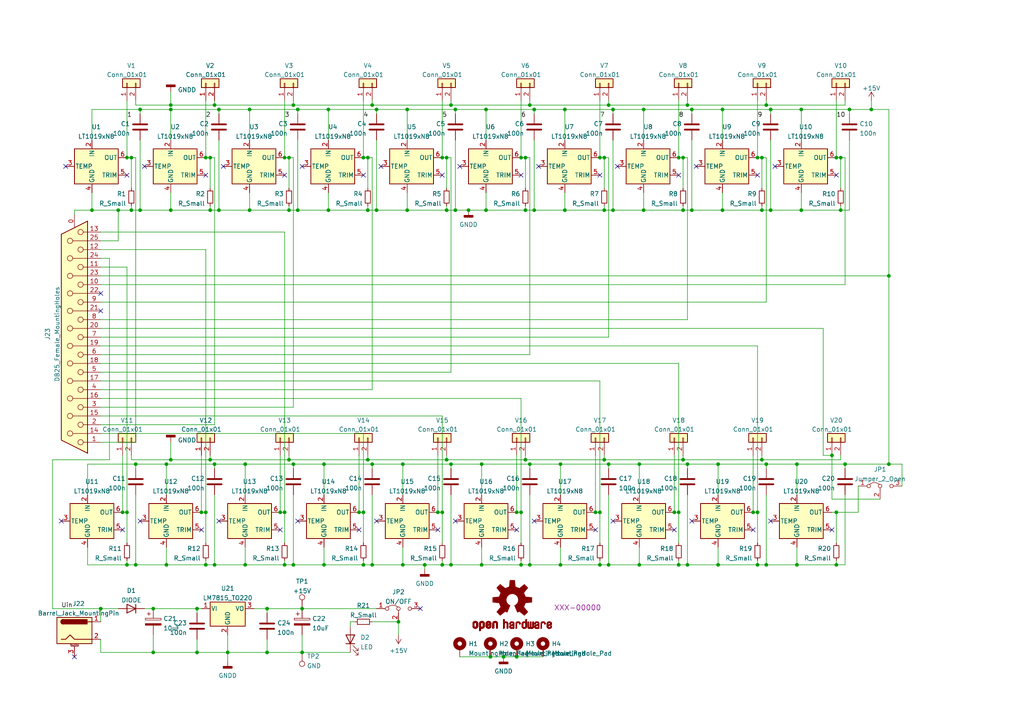
<source format=kicad_sch>
(kicad_sch (version 20210621) (generator eeschema)
  (paper "A4")
  (title_block (title "Reference burn-in board") (date "2021-11-04") (rev "1.0") (company "David Konarik"))
  (lib_symbols
    (symbol "Conn_01x02_1" (pin_names (offset 1.016) hide)
      (property "Reference" "V?" (at 5.08 -1.27 90))
      (property "Value" "Conn_01x01" (at 2.4615 0 90))
      (symbol "Conn_01x02_1_1_1"
        (pin passive line (at -5.08 0 0) (length 3.81) (name "Pin_1") (number "1"))
        (pin passive line (at -5.08 -2.54 0) (length 3.81) (name "Pin_2") (number "2"))
      )
    )
    (symbol "Connector:Barrel_Jack_MountingPin" (pin_names hide)
      (property "Reference" "J22" (at 1.2065 7.7766 0))
      (property "Value" "Barrel_Jack_MountingPin" (at 1.2065 5.0015 0))
      (symbol "Barrel_Jack_MountingPin_1_1"
        (text "Mounting" (at 0 -4.191 0) (effects (font (size 0.381 0.381))))
        (pin passive line (at 7.62 2.54 180) (length 2.54) (name "~") (number "1"))
        (pin passive line (at 7.62 -2.54 180) (length 2.54) (name "~") (number "2"))
        (pin passive line (at 0 -7.62 90) (length 3.048) (name "MountPin") (number "3"))
      )
    )
    (symbol "Connector:DB25_Female_MountingHoles" (pin_names (offset 1.016) hide)
      (property "Reference" "J" (at 0 36.83 0))
      (property "Value" "DB25_Female_MountingHoles" (at 0 34.925 0))
      (symbol "DB25_Female_MountingHoles_1_1"
        (pin passive line (at 0 -35.56 90) (length 3.81) (name "PAD") (number "0"))
        (pin passive line (at -7.62 30.48 0) (length 3.81) (name "1") (number "1"))
        (pin passive line (at -7.62 -15.24 0) (length 3.81) (name "10") (number "10"))
        (pin passive line (at -7.62 -20.32 0) (length 3.81) (name "11") (number "11"))
        (pin passive line (at -7.62 -25.4 0) (length 3.81) (name "12") (number "12"))
        (pin passive line (at -7.62 -30.48 0) (length 3.81) (name "13") (number "13"))
        (pin passive line (at -7.62 27.94 0) (length 3.81) (name "P14") (number "14"))
        (pin passive line (at -7.62 22.86 0) (length 3.81) (name "P15") (number "15"))
        (pin passive line (at -7.62 17.78 0) (length 3.81) (name "P16") (number "16"))
        (pin passive line (at -7.62 12.7 0) (length 3.81) (name "P17") (number "17"))
        (pin passive line (at -7.62 7.62 0) (length 3.81) (name "P18") (number "18"))
        (pin passive line (at -7.62 2.54 0) (length 3.81) (name "P19") (number "19"))
        (pin passive line (at -7.62 25.4 0) (length 3.81) (name "2") (number "2"))
        (pin passive line (at -7.62 -2.54 0) (length 3.81) (name "P20") (number "20"))
        (pin passive line (at -7.62 -7.62 0) (length 3.81) (name "P21") (number "21"))
        (pin passive line (at -7.62 -12.7 0) (length 3.81) (name "P22") (number "22"))
        (pin passive line (at -7.62 -17.78 0) (length 3.81) (name "P23") (number "23"))
        (pin passive line (at -7.62 -22.86 0) (length 3.81) (name "P24") (number "24"))
        (pin passive line (at -7.62 -27.94 0) (length 3.81) (name "P25") (number "25"))
        (pin passive line (at -7.62 20.32 0) (length 3.81) (name "3") (number "3"))
        (pin passive line (at -7.62 15.24 0) (length 3.81) (name "4") (number "4"))
        (pin passive line (at -7.62 10.16 0) (length 3.81) (name "5") (number "5"))
        (pin passive line (at -7.62 5.08 0) (length 3.81) (name "6") (number "6"))
        (pin passive line (at -7.62 0 0) (length 3.81) (name "7") (number "7"))
        (pin passive line (at -7.62 -5.08 0) (length 3.81) (name "8") (number "8"))
        (pin passive line (at -7.62 -10.16 0) (length 3.81) (name "9") (number "9"))
      )
    )
    (symbol "Connector:TestPoint" (pin_numbers hide) (pin_names (offset 0.762) hide)
      (property "Reference" "TP" (at 0 6.858 0))
      (property "Value" "TestPoint" (at 0 5.08 0))
      (symbol "TestPoint_1_1"
        (pin passive line (at 0 0 90) (length 2.54) (name "1") (number "1"))
      )
    )
    (symbol "Device:C" (pin_numbers hide) (pin_names (offset 0.254))
      (property "Reference" "C" (at 0.635 2.54 0))
      (property "Value" "C" (at 0.635 -2.54 0))
      (symbol "C_1_1"
        (pin passive line (at 0 3.81 270) (length 2.794) (name "~") (number "1"))
        (pin passive line (at 0 -3.81 90) (length 2.794) (name "~") (number "2"))
      )
    )
    (symbol "Device:CP" (pin_numbers hide) (pin_names (offset 0.254))
      (property "Reference" "C" (at 0.635 2.54 0))
      (property "Value" "CP" (at 0.635 -2.54 0))
      (symbol "CP_1_1"
        (pin passive line (at 0 3.81 270) (length 2.794) (name "~") (number "1"))
        (pin passive line (at 0 -3.81 90) (length 2.794) (name "~") (number "2"))
      )
    )
    (symbol "Device:LED" (pin_numbers hide) (pin_names (offset 1.016) hide)
      (property "Reference" "D" (at 0 2.54 0))
      (property "Value" "LED" (at 0 -2.54 0))
      (symbol "LED_1_1"
        (pin passive line (at -3.81 0 0) (length 2.54) (name "K") (number "1"))
        (pin passive line (at 3.81 0 180) (length 2.54) (name "A") (number "2"))
      )
    )
    (symbol "Device:R_Small" (pin_numbers hide) (pin_names (offset 0.254) hide)
      (property "Reference" "R" (at 0.762 0.508 0))
      (property "Value" "R_Small" (at 0.762 -1.016 0))
      (symbol "R_Small_1_1"
        (pin passive line (at 0 2.54 270) (length 0.762) (name "~") (number "1"))
        (pin passive line (at 0 -2.54 90) (length 0.762) (name "~") (number "2"))
      )
    )
    (symbol "Diode:1N4007" (pin_numbers hide) (pin_names (offset 1.016) hide)
      (property "Reference" "D" (at 0 2.54 0))
      (property "Value" "1N4007" (at 0 -2.54 0))
      (symbol "1N4007_1_1"
        (pin passive line (at -3.81 0 0) (length 2.54) (name "K") (number "1"))
        (pin passive line (at 3.81 0 180) (length 2.54) (name "A") (number "2"))
      )
    )
    (symbol "Jumper:Jumper_3_Bridged12" (pin_names (offset 0) hide)
      (property "Reference" "JP" (at -2.54 -2.54 0))
      (property "Value" "Jumper_3_Bridged12" (at 0 2.794 0))
      (symbol "Jumper_3_Bridged12_1_1"
        (pin passive line (at -6.35 0 0) (length 2.54) (name "A") (number "1"))
        (pin input line (at 0 -3.81 90) (length 2.54) (name "C") (number "2"))
        (pin passive line (at 6.35 0 180) (length 2.54) (name "B") (number "3"))
      )
    )
    (symbol "Mechanical:MountingHole_Pad" (pin_numbers hide) (pin_names (offset 1.016) hide)
      (property "Reference" "H" (at 0 6.35 0))
      (property "Value" "MountingHole_Pad" (at 0 4.445 0))
      (symbol "MountingHole_Pad_1_1"
        (pin input line (at 0 -2.54 90) (length 2.54) (name "1") (number "1"))
      )
    )
    (symbol "Reference_Voltage:LT1019xN8" (pin_names (offset 0.254))
      (property "Reference" "U" (at -7.62 6.35 0))
      (property "Value" "LT1019xN8" (at 7.62 6.35 0))
      (symbol "LT1019xN8_1_0"
        (pin no_connect line (at -5.08 2.54 0) (length 2.54) hide (name "DNC") (number "1"))
        (pin power_in line (at 0 7.62 270) (length 2.54) (name "IN") (number "2"))
        (pin passive line (at -7.62 0 0) (length 2.54) (name "TEMP") (number "3"))
        (pin power_in line (at 0 -7.62 90) (length 2.54) (name "GND") (number "4"))
        (pin passive line (at 10.16 -2.54 180) (length 2.54) (name "TRIM") (number "5"))
        (pin power_out line (at 10.16 2.54 180) (length 2.54) (name "OUT") (number "6"))
        (pin no_connect line (at 7.62 0 180) (length 2.54) hide (name "DNC") (number "7"))
        (pin no_connect line (at -5.08 -2.54 0) (length 2.54) hide (name "DNC") (number "8"))
      )
    )
    (symbol "Regulator_Linear:LM7815_TO220" (pin_names (offset 0.254))
      (property "Reference" "U" (at -3.81 3.175 0))
      (property "Value" "LM7815_TO220" (at 0 3.175 0))
      (symbol "LM7815_TO220_1_1"
        (pin power_in line (at -7.62 0 0) (length 2.54) (name "VI") (number "1"))
        (pin power_in line (at 0 -7.62 90) (length 2.54) (name "GND") (number "2"))
        (pin power_out line (at 7.62 0 180) (length 2.54) (name "VO") (number "3"))
      )
    )
    (symbol "SparkFun-Aesthetics:OSHW-LOGOL" (pin_numbers hide) (pin_names (offset 1.016) hide)
      (property "Field4" "XXX-00000" (at 0 8.89 0))
    )
    (symbol "power:+15V" (power) (pin_names (offset 0))
      (property "Value" "+15V" (at 0 3.556 0))
      (symbol "+15V_1_1"
        (pin power_in line (at 0 0 90) (length 0) hide (name "+15V") (number "1"))
      )
    )
    (symbol "power:GNDD" (power) (pin_names (offset 0))
      (property "Value" "GNDD" (at 0 -3.175 0))
      (symbol "GNDD_1_1"
        (pin power_in line (at 0 0 270) (length 0) hide (name "GNDD") (number "1"))
      )
    )
  )
  (junction (at 26.67 60.96))
  (junction (at 29.21 176.53))
  (junction (at 34.29 60.96))
  (junction (at 35.56 148.59))
  (junction (at 36.83 45.72))
  (junction (at 36.83 148.59))
  (junction (at 36.83 163.83))
  (junction (at 38.1 45.72))
  (junction (at 38.1 60.96))
  (junction (at 39.37 134.62))
  (junction (at 39.37 163.83))
  (junction (at 40.64 31.75))
  (junction (at 40.64 60.96))
  (junction (at 44.45 176.53))
  (junction (at 44.45 189.23))
  (junction (at 48.26 134.62))
  (junction (at 48.26 163.83))
  (junction (at 49.53 30.48))
  (junction (at 49.53 31.75))
  (junction (at 49.53 60.96))
  (junction (at 49.53 133.35))
  (junction (at 57.15 176.53))
  (junction (at 57.15 189.23))
  (junction (at 58.42 148.59))
  (junction (at 59.69 45.72))
  (junction (at 59.69 148.59))
  (junction (at 59.69 163.83))
  (junction (at 60.96 45.72))
  (junction (at 60.96 60.96))
  (junction (at 60.96 133.35))
  (junction (at 62.23 30.48))
  (junction (at 62.23 134.62))
  (junction (at 62.23 163.83))
  (junction (at 63.5 31.75))
  (junction (at 63.5 60.96))
  (junction (at 66.04 189.23))
  (junction (at 71.12 134.62))
  (junction (at 71.12 163.83))
  (junction (at 72.39 31.75))
  (junction (at 72.39 60.96))
  (junction (at 77.47 176.53))
  (junction (at 77.47 189.23))
  (junction (at 81.28 148.59))
  (junction (at 82.55 45.72))
  (junction (at 82.55 148.59))
  (junction (at 82.55 163.83))
  (junction (at 83.82 45.72))
  (junction (at 83.82 60.96))
  (junction (at 83.82 133.35))
  (junction (at 85.09 30.48))
  (junction (at 85.09 134.62))
  (junction (at 85.09 163.83))
  (junction (at 86.36 31.75))
  (junction (at 86.36 60.96))
  (junction (at 87.63 176.53))
  (junction (at 87.63 189.23))
  (junction (at 93.98 134.62))
  (junction (at 93.98 163.83))
  (junction (at 95.25 31.75))
  (junction (at 95.25 60.96))
  (junction (at 104.14 148.59))
  (junction (at 105.41 45.72))
  (junction (at 105.41 148.59))
  (junction (at 105.41 163.83))
  (junction (at 106.68 45.72))
  (junction (at 106.68 60.96))
  (junction (at 106.68 133.35))
  (junction (at 107.95 30.48))
  (junction (at 107.95 134.62))
  (junction (at 107.95 163.83))
  (junction (at 109.22 31.75))
  (junction (at 109.22 60.96))
  (junction (at 115.57 180.34))
  (junction (at 116.84 134.62))
  (junction (at 116.84 163.83))
  (junction (at 118.11 31.75))
  (junction (at 118.11 60.96))
  (junction (at 123.19 163.83))
  (junction (at 127 148.59))
  (junction (at 128.27 45.72))
  (junction (at 128.27 148.59))
  (junction (at 128.27 163.83))
  (junction (at 129.54 45.72))
  (junction (at 129.54 60.96))
  (junction (at 129.54 133.35))
  (junction (at 130.81 30.48))
  (junction (at 130.81 134.62))
  (junction (at 130.81 163.83))
  (junction (at 132.08 31.75))
  (junction (at 132.08 60.96))
  (junction (at 135.89 60.96))
  (junction (at 139.7 134.62))
  (junction (at 139.7 163.83))
  (junction (at 140.97 31.75))
  (junction (at 140.97 60.96))
  (junction (at 142.24 190.5))
  (junction (at 146.05 190.5))
  (junction (at 149.86 148.59))
  (junction (at 149.86 190.5))
  (junction (at 151.13 45.72))
  (junction (at 151.13 148.59))
  (junction (at 151.13 163.83))
  (junction (at 152.4 45.72))
  (junction (at 152.4 60.96))
  (junction (at 152.4 133.35))
  (junction (at 153.67 30.48))
  (junction (at 153.67 134.62))
  (junction (at 153.67 163.83))
  (junction (at 154.94 31.75))
  (junction (at 154.94 60.96))
  (junction (at 162.56 134.62))
  (junction (at 162.56 163.83))
  (junction (at 163.83 31.75))
  (junction (at 163.83 60.96))
  (junction (at 172.72 148.59))
  (junction (at 173.99 45.72))
  (junction (at 173.99 148.59))
  (junction (at 173.99 163.83))
  (junction (at 175.26 45.72))
  (junction (at 175.26 60.96))
  (junction (at 175.26 133.35))
  (junction (at 176.53 30.48))
  (junction (at 176.53 134.62))
  (junction (at 176.53 163.83))
  (junction (at 177.8 31.75))
  (junction (at 177.8 60.96))
  (junction (at 185.42 134.62))
  (junction (at 185.42 163.83))
  (junction (at 186.69 31.75))
  (junction (at 186.69 60.96))
  (junction (at 195.58 148.59))
  (junction (at 196.85 45.72))
  (junction (at 196.85 148.59))
  (junction (at 196.85 163.83))
  (junction (at 198.12 45.72))
  (junction (at 198.12 60.96))
  (junction (at 198.12 133.35))
  (junction (at 199.39 30.48))
  (junction (at 199.39 134.62))
  (junction (at 199.39 163.83))
  (junction (at 200.66 31.75))
  (junction (at 200.66 60.96))
  (junction (at 208.28 134.62))
  (junction (at 208.28 163.83))
  (junction (at 209.55 31.75))
  (junction (at 209.55 60.96))
  (junction (at 218.44 148.59))
  (junction (at 219.71 45.72))
  (junction (at 219.71 148.59))
  (junction (at 219.71 163.83))
  (junction (at 220.98 45.72))
  (junction (at 220.98 60.96))
  (junction (at 220.98 133.35))
  (junction (at 222.25 30.48))
  (junction (at 222.25 134.62))
  (junction (at 222.25 163.83))
  (junction (at 223.52 31.75))
  (junction (at 223.52 60.96))
  (junction (at 231.14 134.62))
  (junction (at 231.14 163.83))
  (junction (at 232.41 31.75))
  (junction (at 232.41 60.96))
  (junction (at 241.3 132.08))
  (junction (at 242.57 45.72))
  (junction (at 242.57 148.59))
  (junction (at 242.57 163.83))
  (junction (at 243.84 45.72))
  (junction (at 243.84 60.96))
  (junction (at 245.11 134.62))
  (junction (at 246.38 31.75))
  (junction (at 252.73 31.75))
  (junction (at 257.81 80.01))
  (junction (at 257.81 134.62))
  (no_connect (at 17.78 151.13))
  (no_connect (at 19.05 48.26))
  (no_connect (at 21.59 190.5))
  (no_connect (at 29.21 85.09))
  (no_connect (at 29.21 90.17))
  (no_connect (at 35.56 153.67))
  (no_connect (at 36.83 50.8))
  (no_connect (at 40.64 151.13))
  (no_connect (at 41.91 48.26))
  (no_connect (at 58.42 153.67))
  (no_connect (at 59.69 50.8))
  (no_connect (at 63.5 151.13))
  (no_connect (at 64.77 48.26))
  (no_connect (at 81.28 153.67))
  (no_connect (at 82.55 50.8))
  (no_connect (at 86.36 151.13))
  (no_connect (at 87.63 48.26))
  (no_connect (at 104.14 153.67))
  (no_connect (at 105.41 50.8))
  (no_connect (at 109.22 151.13))
  (no_connect (at 110.49 48.26))
  (no_connect (at 121.92 176.53))
  (no_connect (at 127 153.67))
  (no_connect (at 128.27 50.8))
  (no_connect (at 132.08 151.13))
  (no_connect (at 133.35 48.26))
  (no_connect (at 149.86 153.67))
  (no_connect (at 151.13 50.8))
  (no_connect (at 154.94 151.13))
  (no_connect (at 156.21 48.26))
  (no_connect (at 172.72 153.67))
  (no_connect (at 173.99 50.8))
  (no_connect (at 177.8 151.13))
  (no_connect (at 179.07 48.26))
  (no_connect (at 195.58 153.67))
  (no_connect (at 196.85 50.8))
  (no_connect (at 200.66 151.13))
  (no_connect (at 201.93 48.26))
  (no_connect (at 218.44 153.67))
  (no_connect (at 219.71 50.8))
  (no_connect (at 223.52 151.13))
  (no_connect (at 224.79 48.26))
  (no_connect (at 241.3 153.67))
  (no_connect (at 242.57 50.8))
  (wire (pts (xy 15.24 133.35) (xy 15.24 176.53)))
  (wire (pts (xy 15.24 176.53) (xy 29.21 176.53)))
  (wire (pts (xy 21.59 60.96) (xy 26.67 60.96)))
  (wire (pts (xy 21.59 62.23) (xy 21.59 60.96)))
  (wire (pts (xy 25.4 134.62) (xy 25.4 143.51)))
  (wire (pts (xy 25.4 134.62) (xy 39.37 134.62)))
  (wire (pts (xy 25.4 158.75) (xy 25.4 163.83)))
  (wire (pts (xy 25.4 163.83) (xy 36.83 163.83)))
  (wire (pts (xy 26.67 31.75) (xy 26.67 40.64)))
  (wire (pts (xy 26.67 31.75) (xy 40.64 31.75)))
  (wire (pts (xy 26.67 55.88) (xy 26.67 60.96)))
  (wire (pts (xy 26.67 60.96) (xy 34.29 60.96)))
  (wire (pts (xy 29.21 67.31) (xy 82.55 67.31)))
  (wire (pts (xy 29.21 69.85) (xy 34.29 69.85)))
  (wire (pts (xy 29.21 72.39) (xy 59.69 72.39)))
  (wire (pts (xy 29.21 74.93) (xy 31.75 74.93)))
  (wire (pts (xy 29.21 77.47) (xy 36.83 77.47)))
  (wire (pts (xy 29.21 80.01) (xy 257.81 80.01)))
  (wire (pts (xy 29.21 82.55) (xy 245.11 82.55)))
  (wire (pts (xy 29.21 87.63) (xy 222.25 87.63)))
  (wire (pts (xy 29.21 92.71) (xy 199.39 92.71)))
  (wire (pts (xy 29.21 95.25) (xy 238.76 95.25)))
  (wire (pts (xy 29.21 97.79) (xy 176.53 97.79)))
  (wire (pts (xy 29.21 100.33) (xy 219.71 100.33)))
  (wire (pts (xy 29.21 102.87) (xy 153.67 102.87)))
  (wire (pts (xy 29.21 105.41) (xy 196.85 105.41)))
  (wire (pts (xy 29.21 107.95) (xy 130.81 107.95)))
  (wire (pts (xy 29.21 110.49) (xy 173.99 110.49)))
  (wire (pts (xy 29.21 113.03) (xy 107.95 113.03)))
  (wire (pts (xy 29.21 115.57) (xy 151.13 115.57)))
  (wire (pts (xy 29.21 118.11) (xy 85.09 118.11)))
  (wire (pts (xy 29.21 120.65) (xy 128.27 120.65)))
  (wire (pts (xy 29.21 123.19) (xy 62.23 123.19)))
  (wire (pts (xy 29.21 125.73) (xy 105.41 125.73)))
  (wire (pts (xy 29.21 128.27) (xy 39.37 128.27)))
  (wire (pts (xy 29.21 176.53) (xy 29.21 180.34)))
  (wire (pts (xy 29.21 176.53) (xy 34.29 176.53)))
  (wire (pts (xy 29.21 185.42) (xy 29.21 189.23)))
  (wire (pts (xy 29.21 189.23) (xy 44.45 189.23)))
  (wire (pts (xy 31.75 74.93) (xy 31.75 133.35)))
  (wire (pts (xy 31.75 133.35) (xy 15.24 133.35)))
  (wire (pts (xy 34.29 60.96) (xy 38.1 60.96)))
  (wire (pts (xy 34.29 69.85) (xy 34.29 60.96)))
  (wire (pts (xy 35.56 132.08) (xy 35.56 148.59)))
  (wire (pts (xy 36.83 29.21) (xy 36.83 45.72)))
  (wire (pts (xy 36.83 77.47) (xy 36.83 148.59)))
  (wire (pts (xy 36.83 148.59) (xy 35.56 148.59)))
  (wire (pts (xy 36.83 157.48) (xy 36.83 148.59)))
  (wire (pts (xy 36.83 162.56) (xy 36.83 163.83)))
  (wire (pts (xy 36.83 163.83) (xy 39.37 163.83)))
  (wire (pts (xy 38.1 45.72) (xy 36.83 45.72)))
  (wire (pts (xy 38.1 54.61) (xy 38.1 45.72)))
  (wire (pts (xy 38.1 59.69) (xy 38.1 60.96)))
  (wire (pts (xy 38.1 60.96) (xy 40.64 60.96)))
  (wire (pts (xy 38.1 133.35) (xy 38.1 132.08)))
  (wire (pts (xy 39.37 30.48) (xy 39.37 29.21)))
  (wire (pts (xy 39.37 45.72) (xy 38.1 45.72)))
  (wire (pts (xy 39.37 128.27) (xy 39.37 45.72)))
  (wire (pts (xy 39.37 134.62) (xy 39.37 135.89)))
  (wire (pts (xy 39.37 134.62) (xy 48.26 134.62)))
  (wire (pts (xy 39.37 143.51) (xy 39.37 163.83)))
  (wire (pts (xy 39.37 163.83) (xy 48.26 163.83)))
  (wire (pts (xy 40.64 31.75) (xy 40.64 33.02)))
  (wire (pts (xy 40.64 31.75) (xy 49.53 31.75)))
  (wire (pts (xy 40.64 40.64) (xy 40.64 60.96)))
  (wire (pts (xy 40.64 60.96) (xy 49.53 60.96)))
  (wire (pts (xy 41.91 176.53) (xy 44.45 176.53)))
  (wire (pts (xy 44.45 176.53) (xy 57.15 176.53)))
  (wire (pts (xy 44.45 184.15) (xy 44.45 189.23)))
  (wire (pts (xy 44.45 189.23) (xy 57.15 189.23)))
  (wire (pts (xy 48.26 134.62) (xy 48.26 143.51)))
  (wire (pts (xy 48.26 134.62) (xy 62.23 134.62)))
  (wire (pts (xy 48.26 163.83) (xy 48.26 158.75)))
  (wire (pts (xy 48.26 163.83) (xy 59.69 163.83)))
  (wire (pts (xy 49.53 26.67) (xy 49.53 30.48)))
  (wire (pts (xy 49.53 30.48) (xy 39.37 30.48)))
  (wire (pts (xy 49.53 31.75) (xy 49.53 40.64)))
  (wire (pts (xy 49.53 31.75) (xy 63.5 31.75)))
  (wire (pts (xy 49.53 60.96) (xy 49.53 55.88)))
  (wire (pts (xy 49.53 60.96) (xy 60.96 60.96)))
  (wire (pts (xy 49.53 128.27) (xy 49.53 133.35)))
  (wire (pts (xy 49.53 133.35) (xy 38.1 133.35)))
  (wire (pts (xy 57.15 176.53) (xy 57.15 177.8)))
  (wire (pts (xy 57.15 176.53) (xy 58.42 176.53)))
  (wire (pts (xy 57.15 185.42) (xy 57.15 189.23)))
  (wire (pts (xy 57.15 189.23) (xy 66.04 189.23)))
  (wire (pts (xy 58.42 132.08) (xy 58.42 148.59)))
  (wire (pts (xy 59.69 29.21) (xy 59.69 45.72)))
  (wire (pts (xy 59.69 72.39) (xy 59.69 148.59)))
  (wire (pts (xy 59.69 148.59) (xy 58.42 148.59)))
  (wire (pts (xy 59.69 157.48) (xy 59.69 148.59)))
  (wire (pts (xy 59.69 162.56) (xy 59.69 163.83)))
  (wire (pts (xy 59.69 163.83) (xy 62.23 163.83)))
  (wire (pts (xy 60.96 45.72) (xy 59.69 45.72)))
  (wire (pts (xy 60.96 54.61) (xy 60.96 45.72)))
  (wire (pts (xy 60.96 59.69) (xy 60.96 60.96)))
  (wire (pts (xy 60.96 60.96) (xy 63.5 60.96)))
  (wire (pts (xy 60.96 132.08) (xy 60.96 133.35)))
  (wire (pts (xy 60.96 133.35) (xy 49.53 133.35)))
  (wire (pts (xy 62.23 29.21) (xy 62.23 30.48)))
  (wire (pts (xy 62.23 30.48) (xy 49.53 30.48)))
  (wire (pts (xy 62.23 45.72) (xy 60.96 45.72)))
  (wire (pts (xy 62.23 123.19) (xy 62.23 45.72)))
  (wire (pts (xy 62.23 134.62) (xy 62.23 135.89)))
  (wire (pts (xy 62.23 134.62) (xy 71.12 134.62)))
  (wire (pts (xy 62.23 143.51) (xy 62.23 163.83)))
  (wire (pts (xy 62.23 163.83) (xy 71.12 163.83)))
  (wire (pts (xy 63.5 31.75) (xy 63.5 33.02)))
  (wire (pts (xy 63.5 31.75) (xy 72.39 31.75)))
  (wire (pts (xy 63.5 40.64) (xy 63.5 60.96)))
  (wire (pts (xy 63.5 60.96) (xy 72.39 60.96)))
  (wire (pts (xy 66.04 184.15) (xy 66.04 189.23)))
  (wire (pts (xy 66.04 189.23) (xy 66.04 191.77)))
  (wire (pts (xy 66.04 189.23) (xy 77.47 189.23)))
  (wire (pts (xy 71.12 134.62) (xy 71.12 143.51)))
  (wire (pts (xy 71.12 134.62) (xy 85.09 134.62)))
  (wire (pts (xy 71.12 163.83) (xy 71.12 158.75)))
  (wire (pts (xy 71.12 163.83) (xy 82.55 163.83)))
  (wire (pts (xy 72.39 31.75) (xy 72.39 40.64)))
  (wire (pts (xy 72.39 31.75) (xy 86.36 31.75)))
  (wire (pts (xy 72.39 55.88) (xy 72.39 60.96)))
  (wire (pts (xy 72.39 60.96) (xy 83.82 60.96)))
  (wire (pts (xy 73.66 176.53) (xy 77.47 176.53)))
  (wire (pts (xy 77.47 176.53) (xy 77.47 177.8)))
  (wire (pts (xy 77.47 176.53) (xy 87.63 176.53)))
  (wire (pts (xy 77.47 185.42) (xy 77.47 189.23)))
  (wire (pts (xy 77.47 189.23) (xy 87.63 189.23)))
  (wire (pts (xy 81.28 132.08) (xy 81.28 148.59)))
  (wire (pts (xy 82.55 29.21) (xy 82.55 45.72)))
  (wire (pts (xy 82.55 67.31) (xy 82.55 148.59)))
  (wire (pts (xy 82.55 148.59) (xy 81.28 148.59)))
  (wire (pts (xy 82.55 157.48) (xy 82.55 148.59)))
  (wire (pts (xy 82.55 162.56) (xy 82.55 163.83)))
  (wire (pts (xy 82.55 163.83) (xy 85.09 163.83)))
  (wire (pts (xy 83.82 45.72) (xy 82.55 45.72)))
  (wire (pts (xy 83.82 54.61) (xy 83.82 45.72)))
  (wire (pts (xy 83.82 59.69) (xy 83.82 60.96)))
  (wire (pts (xy 83.82 60.96) (xy 86.36 60.96)))
  (wire (pts (xy 83.82 132.08) (xy 83.82 133.35)))
  (wire (pts (xy 83.82 133.35) (xy 60.96 133.35)))
  (wire (pts (xy 85.09 29.21) (xy 85.09 30.48)))
  (wire (pts (xy 85.09 30.48) (xy 62.23 30.48)))
  (wire (pts (xy 85.09 45.72) (xy 83.82 45.72)))
  (wire (pts (xy 85.09 118.11) (xy 85.09 45.72)))
  (wire (pts (xy 85.09 134.62) (xy 85.09 135.89)))
  (wire (pts (xy 85.09 134.62) (xy 93.98 134.62)))
  (wire (pts (xy 85.09 143.51) (xy 85.09 163.83)))
  (wire (pts (xy 85.09 163.83) (xy 93.98 163.83)))
  (wire (pts (xy 86.36 31.75) (xy 86.36 33.02)))
  (wire (pts (xy 86.36 31.75) (xy 95.25 31.75)))
  (wire (pts (xy 86.36 40.64) (xy 86.36 60.96)))
  (wire (pts (xy 86.36 60.96) (xy 95.25 60.96)))
  (wire (pts (xy 87.63 176.53) (xy 109.22 176.53)))
  (wire (pts (xy 87.63 189.23) (xy 87.63 184.15)))
  (wire (pts (xy 87.63 189.23) (xy 101.6 189.23)))
  (wire (pts (xy 93.98 134.62) (xy 93.98 143.51)))
  (wire (pts (xy 93.98 134.62) (xy 107.95 134.62)))
  (wire (pts (xy 93.98 163.83) (xy 93.98 158.75)))
  (wire (pts (xy 93.98 163.83) (xy 105.41 163.83)))
  (wire (pts (xy 95.25 31.75) (xy 95.25 40.64)))
  (wire (pts (xy 95.25 31.75) (xy 109.22 31.75)))
  (wire (pts (xy 95.25 60.96) (xy 95.25 55.88)))
  (wire (pts (xy 95.25 60.96) (xy 106.68 60.96)))
  (wire (pts (xy 101.6 180.34) (xy 101.6 181.61)))
  (wire (pts (xy 102.87 180.34) (xy 101.6 180.34)))
  (wire (pts (xy 104.14 132.08) (xy 104.14 148.59)))
  (wire (pts (xy 105.41 29.21) (xy 105.41 45.72)))
  (wire (pts (xy 105.41 125.73) (xy 105.41 148.59)))
  (wire (pts (xy 105.41 148.59) (xy 104.14 148.59)))
  (wire (pts (xy 105.41 157.48) (xy 105.41 148.59)))
  (wire (pts (xy 105.41 162.56) (xy 105.41 163.83)))
  (wire (pts (xy 105.41 163.83) (xy 107.95 163.83)))
  (wire (pts (xy 106.68 45.72) (xy 105.41 45.72)))
  (wire (pts (xy 106.68 54.61) (xy 106.68 45.72)))
  (wire (pts (xy 106.68 59.69) (xy 106.68 60.96)))
  (wire (pts (xy 106.68 60.96) (xy 109.22 60.96)))
  (wire (pts (xy 106.68 132.08) (xy 106.68 133.35)))
  (wire (pts (xy 106.68 133.35) (xy 83.82 133.35)))
  (wire (pts (xy 107.95 29.21) (xy 107.95 30.48)))
  (wire (pts (xy 107.95 30.48) (xy 85.09 30.48)))
  (wire (pts (xy 107.95 45.72) (xy 106.68 45.72)))
  (wire (pts (xy 107.95 113.03) (xy 107.95 45.72)))
  (wire (pts (xy 107.95 134.62) (xy 107.95 135.89)))
  (wire (pts (xy 107.95 134.62) (xy 116.84 134.62)))
  (wire (pts (xy 107.95 143.51) (xy 107.95 163.83)))
  (wire (pts (xy 107.95 163.83) (xy 116.84 163.83)))
  (wire (pts (xy 107.95 180.34) (xy 115.57 180.34)))
  (wire (pts (xy 109.22 31.75) (xy 109.22 33.02)))
  (wire (pts (xy 109.22 31.75) (xy 118.11 31.75)))
  (wire (pts (xy 109.22 40.64) (xy 109.22 60.96)))
  (wire (pts (xy 109.22 60.96) (xy 118.11 60.96)))
  (wire (pts (xy 115.57 180.34) (xy 115.57 184.15)))
  (wire (pts (xy 116.84 134.62) (xy 116.84 143.51)))
  (wire (pts (xy 116.84 134.62) (xy 130.81 134.62)))
  (wire (pts (xy 116.84 163.83) (xy 116.84 158.75)))
  (wire (pts (xy 116.84 163.83) (xy 123.19 163.83)))
  (wire (pts (xy 118.11 31.75) (xy 118.11 40.64)))
  (wire (pts (xy 118.11 31.75) (xy 132.08 31.75)))
  (wire (pts (xy 118.11 60.96) (xy 118.11 55.88)))
  (wire (pts (xy 118.11 60.96) (xy 129.54 60.96)))
  (wire (pts (xy 123.19 163.83) (xy 123.19 165.1)))
  (wire (pts (xy 123.19 163.83) (xy 128.27 163.83)))
  (wire (pts (xy 127 132.08) (xy 127 148.59)))
  (wire (pts (xy 128.27 29.21) (xy 128.27 45.72)))
  (wire (pts (xy 128.27 120.65) (xy 128.27 148.59)))
  (wire (pts (xy 128.27 148.59) (xy 127 148.59)))
  (wire (pts (xy 128.27 157.48) (xy 128.27 148.59)))
  (wire (pts (xy 128.27 162.56) (xy 128.27 163.83)))
  (wire (pts (xy 128.27 163.83) (xy 130.81 163.83)))
  (wire (pts (xy 129.54 45.72) (xy 128.27 45.72)))
  (wire (pts (xy 129.54 54.61) (xy 129.54 45.72)))
  (wire (pts (xy 129.54 59.69) (xy 129.54 60.96)))
  (wire (pts (xy 129.54 60.96) (xy 132.08 60.96)))
  (wire (pts (xy 129.54 132.08) (xy 129.54 133.35)))
  (wire (pts (xy 129.54 133.35) (xy 106.68 133.35)))
  (wire (pts (xy 130.81 29.21) (xy 130.81 30.48)))
  (wire (pts (xy 130.81 30.48) (xy 107.95 30.48)))
  (wire (pts (xy 130.81 45.72) (xy 129.54 45.72)))
  (wire (pts (xy 130.81 107.95) (xy 130.81 45.72)))
  (wire (pts (xy 130.81 134.62) (xy 130.81 135.89)))
  (wire (pts (xy 130.81 134.62) (xy 139.7 134.62)))
  (wire (pts (xy 130.81 143.51) (xy 130.81 163.83)))
  (wire (pts (xy 130.81 163.83) (xy 139.7 163.83)))
  (wire (pts (xy 132.08 31.75) (xy 132.08 33.02)))
  (wire (pts (xy 132.08 31.75) (xy 140.97 31.75)))
  (wire (pts (xy 132.08 40.64) (xy 132.08 60.96)))
  (wire (pts (xy 132.08 60.96) (xy 135.89 60.96)))
  (wire (pts (xy 133.35 190.5) (xy 142.24 190.5)))
  (wire (pts (xy 135.89 60.96) (xy 140.97 60.96)))
  (wire (pts (xy 139.7 134.62) (xy 139.7 143.51)))
  (wire (pts (xy 139.7 134.62) (xy 153.67 134.62)))
  (wire (pts (xy 139.7 163.83) (xy 139.7 158.75)))
  (wire (pts (xy 139.7 163.83) (xy 151.13 163.83)))
  (wire (pts (xy 140.97 31.75) (xy 140.97 40.64)))
  (wire (pts (xy 140.97 31.75) (xy 154.94 31.75)))
  (wire (pts (xy 140.97 60.96) (xy 140.97 55.88)))
  (wire (pts (xy 140.97 60.96) (xy 152.4 60.96)))
  (wire (pts (xy 142.24 190.5) (xy 146.05 190.5)))
  (wire (pts (xy 146.05 190.5) (xy 149.86 190.5)))
  (wire (pts (xy 149.86 132.08) (xy 149.86 148.59)))
  (wire (pts (xy 149.86 190.5) (xy 157.48 190.5)))
  (wire (pts (xy 151.13 29.21) (xy 151.13 45.72)))
  (wire (pts (xy 151.13 115.57) (xy 151.13 148.59)))
  (wire (pts (xy 151.13 148.59) (xy 149.86 148.59)))
  (wire (pts (xy 151.13 157.48) (xy 151.13 148.59)))
  (wire (pts (xy 151.13 162.56) (xy 151.13 163.83)))
  (wire (pts (xy 151.13 163.83) (xy 153.67 163.83)))
  (wire (pts (xy 152.4 45.72) (xy 151.13 45.72)))
  (wire (pts (xy 152.4 54.61) (xy 152.4 45.72)))
  (wire (pts (xy 152.4 59.69) (xy 152.4 60.96)))
  (wire (pts (xy 152.4 60.96) (xy 154.94 60.96)))
  (wire (pts (xy 152.4 132.08) (xy 152.4 133.35)))
  (wire (pts (xy 152.4 133.35) (xy 129.54 133.35)))
  (wire (pts (xy 153.67 29.21) (xy 153.67 30.48)))
  (wire (pts (xy 153.67 30.48) (xy 130.81 30.48)))
  (wire (pts (xy 153.67 45.72) (xy 152.4 45.72)))
  (wire (pts (xy 153.67 102.87) (xy 153.67 45.72)))
  (wire (pts (xy 153.67 134.62) (xy 153.67 135.89)))
  (wire (pts (xy 153.67 134.62) (xy 162.56 134.62)))
  (wire (pts (xy 153.67 143.51) (xy 153.67 163.83)))
  (wire (pts (xy 153.67 163.83) (xy 162.56 163.83)))
  (wire (pts (xy 154.94 31.75) (xy 154.94 33.02)))
  (wire (pts (xy 154.94 31.75) (xy 163.83 31.75)))
  (wire (pts (xy 154.94 40.64) (xy 154.94 60.96)))
  (wire (pts (xy 154.94 60.96) (xy 163.83 60.96)))
  (wire (pts (xy 162.56 134.62) (xy 162.56 143.51)))
  (wire (pts (xy 162.56 134.62) (xy 176.53 134.62)))
  (wire (pts (xy 162.56 163.83) (xy 162.56 158.75)))
  (wire (pts (xy 162.56 163.83) (xy 173.99 163.83)))
  (wire (pts (xy 163.83 31.75) (xy 163.83 40.64)))
  (wire (pts (xy 163.83 31.75) (xy 177.8 31.75)))
  (wire (pts (xy 163.83 60.96) (xy 163.83 55.88)))
  (wire (pts (xy 163.83 60.96) (xy 175.26 60.96)))
  (wire (pts (xy 172.72 132.08) (xy 172.72 148.59)))
  (wire (pts (xy 173.99 29.21) (xy 173.99 45.72)))
  (wire (pts (xy 173.99 110.49) (xy 173.99 148.59)))
  (wire (pts (xy 173.99 148.59) (xy 172.72 148.59)))
  (wire (pts (xy 173.99 157.48) (xy 173.99 148.59)))
  (wire (pts (xy 173.99 162.56) (xy 173.99 163.83)))
  (wire (pts (xy 173.99 163.83) (xy 176.53 163.83)))
  (wire (pts (xy 175.26 45.72) (xy 173.99 45.72)))
  (wire (pts (xy 175.26 54.61) (xy 175.26 45.72)))
  (wire (pts (xy 175.26 59.69) (xy 175.26 60.96)))
  (wire (pts (xy 175.26 60.96) (xy 177.8 60.96)))
  (wire (pts (xy 175.26 132.08) (xy 175.26 133.35)))
  (wire (pts (xy 175.26 133.35) (xy 152.4 133.35)))
  (wire (pts (xy 176.53 29.21) (xy 176.53 30.48)))
  (wire (pts (xy 176.53 30.48) (xy 153.67 30.48)))
  (wire (pts (xy 176.53 45.72) (xy 175.26 45.72)))
  (wire (pts (xy 176.53 97.79) (xy 176.53 45.72)))
  (wire (pts (xy 176.53 134.62) (xy 176.53 135.89)))
  (wire (pts (xy 176.53 134.62) (xy 185.42 134.62)))
  (wire (pts (xy 176.53 143.51) (xy 176.53 163.83)))
  (wire (pts (xy 176.53 163.83) (xy 185.42 163.83)))
  (wire (pts (xy 177.8 31.75) (xy 177.8 33.02)))
  (wire (pts (xy 177.8 31.75) (xy 186.69 31.75)))
  (wire (pts (xy 177.8 40.64) (xy 177.8 60.96)))
  (wire (pts (xy 177.8 60.96) (xy 186.69 60.96)))
  (wire (pts (xy 185.42 134.62) (xy 185.42 143.51)))
  (wire (pts (xy 185.42 134.62) (xy 199.39 134.62)))
  (wire (pts (xy 185.42 163.83) (xy 185.42 158.75)))
  (wire (pts (xy 185.42 163.83) (xy 196.85 163.83)))
  (wire (pts (xy 186.69 31.75) (xy 186.69 40.64)))
  (wire (pts (xy 186.69 31.75) (xy 200.66 31.75)))
  (wire (pts (xy 186.69 60.96) (xy 186.69 55.88)))
  (wire (pts (xy 186.69 60.96) (xy 198.12 60.96)))
  (wire (pts (xy 195.58 132.08) (xy 195.58 148.59)))
  (wire (pts (xy 196.85 29.21) (xy 196.85 45.72)))
  (wire (pts (xy 196.85 105.41) (xy 196.85 148.59)))
  (wire (pts (xy 196.85 148.59) (xy 195.58 148.59)))
  (wire (pts (xy 196.85 157.48) (xy 196.85 148.59)))
  (wire (pts (xy 196.85 162.56) (xy 196.85 163.83)))
  (wire (pts (xy 196.85 163.83) (xy 199.39 163.83)))
  (wire (pts (xy 198.12 45.72) (xy 196.85 45.72)))
  (wire (pts (xy 198.12 54.61) (xy 198.12 45.72)))
  (wire (pts (xy 198.12 59.69) (xy 198.12 60.96)))
  (wire (pts (xy 198.12 60.96) (xy 200.66 60.96)))
  (wire (pts (xy 198.12 132.08) (xy 198.12 133.35)))
  (wire (pts (xy 198.12 133.35) (xy 175.26 133.35)))
  (wire (pts (xy 199.39 29.21) (xy 199.39 30.48)))
  (wire (pts (xy 199.39 30.48) (xy 176.53 30.48)))
  (wire (pts (xy 199.39 45.72) (xy 198.12 45.72)))
  (wire (pts (xy 199.39 92.71) (xy 199.39 45.72)))
  (wire (pts (xy 199.39 134.62) (xy 199.39 135.89)))
  (wire (pts (xy 199.39 134.62) (xy 208.28 134.62)))
  (wire (pts (xy 199.39 143.51) (xy 199.39 163.83)))
  (wire (pts (xy 199.39 163.83) (xy 208.28 163.83)))
  (wire (pts (xy 200.66 31.75) (xy 200.66 33.02)))
  (wire (pts (xy 200.66 31.75) (xy 209.55 31.75)))
  (wire (pts (xy 200.66 40.64) (xy 200.66 60.96)))
  (wire (pts (xy 200.66 60.96) (xy 209.55 60.96)))
  (wire (pts (xy 208.28 134.62) (xy 208.28 143.51)))
  (wire (pts (xy 208.28 134.62) (xy 222.25 134.62)))
  (wire (pts (xy 208.28 163.83) (xy 208.28 158.75)))
  (wire (pts (xy 208.28 163.83) (xy 219.71 163.83)))
  (wire (pts (xy 209.55 31.75) (xy 209.55 40.64)))
  (wire (pts (xy 209.55 31.75) (xy 223.52 31.75)))
  (wire (pts (xy 209.55 60.96) (xy 209.55 55.88)))
  (wire (pts (xy 209.55 60.96) (xy 220.98 60.96)))
  (wire (pts (xy 218.44 132.08) (xy 218.44 148.59)))
  (wire (pts (xy 219.71 29.21) (xy 219.71 45.72)))
  (wire (pts (xy 219.71 100.33) (xy 219.71 148.59)))
  (wire (pts (xy 219.71 148.59) (xy 218.44 148.59)))
  (wire (pts (xy 219.71 157.48) (xy 219.71 148.59)))
  (wire (pts (xy 219.71 162.56) (xy 219.71 163.83)))
  (wire (pts (xy 219.71 163.83) (xy 222.25 163.83)))
  (wire (pts (xy 220.98 45.72) (xy 219.71 45.72)))
  (wire (pts (xy 220.98 54.61) (xy 220.98 45.72)))
  (wire (pts (xy 220.98 59.69) (xy 220.98 60.96)))
  (wire (pts (xy 220.98 60.96) (xy 223.52 60.96)))
  (wire (pts (xy 220.98 132.08) (xy 220.98 133.35)))
  (wire (pts (xy 220.98 133.35) (xy 198.12 133.35)))
  (wire (pts (xy 222.25 29.21) (xy 222.25 30.48)))
  (wire (pts (xy 222.25 30.48) (xy 199.39 30.48)))
  (wire (pts (xy 222.25 45.72) (xy 220.98 45.72)))
  (wire (pts (xy 222.25 87.63) (xy 222.25 45.72)))
  (wire (pts (xy 222.25 134.62) (xy 222.25 135.89)))
  (wire (pts (xy 222.25 134.62) (xy 231.14 134.62)))
  (wire (pts (xy 222.25 143.51) (xy 222.25 163.83)))
  (wire (pts (xy 222.25 163.83) (xy 231.14 163.83)))
  (wire (pts (xy 223.52 31.75) (xy 223.52 33.02)))
  (wire (pts (xy 223.52 31.75) (xy 232.41 31.75)))
  (wire (pts (xy 223.52 40.64) (xy 223.52 60.96)))
  (wire (pts (xy 223.52 60.96) (xy 232.41 60.96)))
  (wire (pts (xy 231.14 134.62) (xy 231.14 143.51)))
  (wire (pts (xy 231.14 134.62) (xy 245.11 134.62)))
  (wire (pts (xy 231.14 163.83) (xy 231.14 158.75)))
  (wire (pts (xy 231.14 163.83) (xy 242.57 163.83)))
  (wire (pts (xy 232.41 31.75) (xy 232.41 40.64)))
  (wire (pts (xy 232.41 60.96) (xy 232.41 55.88)))
  (wire (pts (xy 232.41 60.96) (xy 243.84 60.96)))
  (wire (pts (xy 238.76 132.08) (xy 238.76 95.25)))
  (wire (pts (xy 241.3 132.08) (xy 238.76 132.08)))
  (wire (pts (xy 241.3 144.78) (xy 241.3 132.08)))
  (wire (pts (xy 241.3 144.78) (xy 255.27 144.78)))
  (wire (pts (xy 242.57 29.21) (xy 242.57 45.72)))
  (wire (pts (xy 242.57 148.59) (xy 241.3 148.59)))
  (wire (pts (xy 242.57 148.59) (xy 242.57 157.48)))
  (wire (pts (xy 242.57 162.56) (xy 242.57 163.83)))
  (wire (pts (xy 243.84 45.72) (xy 242.57 45.72)))
  (wire (pts (xy 243.84 54.61) (xy 243.84 45.72)))
  (wire (pts (xy 243.84 59.69) (xy 243.84 60.96)))
  (wire (pts (xy 243.84 60.96) (xy 246.38 60.96)))
  (wire (pts (xy 243.84 132.08) (xy 243.84 133.35)))
  (wire (pts (xy 243.84 133.35) (xy 220.98 133.35)))
  (wire (pts (xy 245.11 29.21) (xy 245.11 30.48)))
  (wire (pts (xy 245.11 30.48) (xy 222.25 30.48)))
  (wire (pts (xy 245.11 45.72) (xy 243.84 45.72)))
  (wire (pts (xy 245.11 82.55) (xy 245.11 45.72)))
  (wire (pts (xy 245.11 134.62) (xy 245.11 135.89)))
  (wire (pts (xy 245.11 134.62) (xy 257.81 134.62)))
  (wire (pts (xy 245.11 143.51) (xy 245.11 163.83)))
  (wire (pts (xy 245.11 163.83) (xy 242.57 163.83)))
  (wire (pts (xy 246.38 31.75) (xy 232.41 31.75)))
  (wire (pts (xy 246.38 31.75) (xy 246.38 33.02)))
  (wire (pts (xy 246.38 40.64) (xy 246.38 60.96)))
  (wire (pts (xy 248.92 140.97) (xy 248.92 148.59)))
  (wire (pts (xy 248.92 148.59) (xy 242.57 148.59)))
  (wire (pts (xy 252.73 29.21) (xy 252.73 31.75)))
  (wire (pts (xy 252.73 31.75) (xy 246.38 31.75)))
  (wire (pts (xy 257.81 31.75) (xy 252.73 31.75)))
  (wire (pts (xy 257.81 80.01) (xy 257.81 31.75)))
  (wire (pts (xy 257.81 134.62) (xy 257.81 80.01)))
  (wire (pts (xy 261.62 134.62) (xy 257.81 134.62)))
  (wire (pts (xy 261.62 134.62) (xy 261.62 140.97)))
  (label "Uin" (at 17.78 176.53 0))
  (label "1" (at 36.83 34.29 0))
  (label "2" (at 59.69 34.29 0))
  (label "3" (at 82.55 34.29 0))
  (label "4" (at 105.41 34.29 0))
  (label "5" (at 128.27 34.29 0))
  (label "6" (at 151.13 34.29 0))
  (label "7" (at 173.99 34.29 0))
  (label "8" (at 196.85 34.29 0))
  (label "9" (at 219.71 34.29 0))
  (label "10" (at 242.57 34.29 0))
  (symbol (lib_id "power:+15V") (at 115.57 184.15 180) (unit 1)
    (property "Reference" "#PWR03" (effects hide))
    (property "Value" "+15V" (at 115.57 188.7124 0))
  )
  (symbol (lib_id "power:+15V") (at 252.73 29.21 0) (unit 1)
    (property "Reference" "#PWR01" (effects hide))
    (property "Value" "+15V" (at 252.73 25.6055 0))
  )
  (symbol (lib_id "power:GNDD") (at 49.53 26.67 180) (unit 1)
    (property "Reference" "#PWR0103" (effects hide))
    (property "Value" "GNDD" (at 51.562 26.0695 0) (effects (justify right)))
  )
  (symbol (lib_id "power:GNDD") (at 49.53 128.27 180) (unit 1)
    (property "Reference" "#PWR0104" (effects hide))
    (property "Value" "GNDD" (at 51.562 127.6695 0) (effects (justify right)))
  )
  (symbol (lib_id "power:GNDD") (at 66.04 191.77 0) (unit 1)
    (property "Reference" "#PWR04" (effects hide))
    (property "Value" "GNDD" (at 66.04 195.9514 0))
  )
  (symbol (lib_id "power:GNDD") (at 123.19 165.1 0) (unit 1)
    (property "Reference" "#PWR02" (effects hide))
    (property "Value" "GNDD" (at 123.19 169.2814 0))
  )
  (symbol (lib_id "power:GNDD") (at 135.89 60.96 0) (unit 1)
    (property "Reference" "#PWR0102" (effects hide))
    (property "Value" "GNDD" (at 135.89 65.1414 0))
  )
  (symbol (lib_id "power:GNDD") (at 146.05 190.5 0) (unit 1)
    (property "Reference" "#PWR0101" (effects hide))
    (property "Value" "GNDD" (at 146.05 194.6814 0))
  )
  (symbol (lib_id "Connector:TestPoint") (at 87.63 176.53 0) (unit 1)
    (property "Reference" "TP1" (at 87.63 168.6264 0))
    (property "Value" "+15V" (at 87.63 171.4015 0))
    (property "Footprint" "TestPoint:TestPoint_THTPad_D2.5mm_Drill1.2mm" (effects hide))
  )
  (symbol (lib_id "Connector:TestPoint") (at 87.63 189.23 180) (unit 1)
    (property "Reference" "TP2" (at 89.027 190.3534 0) (effects (justify right)))
    (property "Value" "GND" (at 89.027 193.1285 0) (effects (justify right)))
    (property "Footprint" "TestPoint:TestPoint_THTPad_D2.5mm_Drill1.2mm" (effects hide))
  )
  (symbol (lib_id "Device:R_Small") (at 36.83 160.02 0) (unit 1)
    (property "Reference" "R11" (at 35.3314 159.1115 0) (effects (justify right)))
    (property "Value" "R_Small" (at 35.3314 161.8866 0) (effects (justify right)))
    (property "Footprint" "David:THT_R_1206_3216Metric_Pad1.30x1.75mm_HandSolder" (effects hide))
  )
  (symbol (lib_id "Device:R_Small") (at 38.1 57.15 0) (unit 1)
    (property "Reference" "R1" (at 36.6014 56.2415 0) (effects (justify right)))
    (property "Value" "R_Small" (at 36.6014 59.0166 0) (effects (justify right)))
    (property "Footprint" "David:THT_R_1206_3216Metric_Pad1.30x1.75mm_HandSolder" (effects hide))
  )
  (symbol (lib_id "Device:R_Small") (at 59.69 160.02 0) (unit 1)
    (property "Reference" "R12" (at 58.1914 159.1115 0) (effects (justify right)))
    (property "Value" "R_Small" (at 58.1914 161.8866 0) (effects (justify right)))
    (property "Footprint" "David:THT_R_1206_3216Metric_Pad1.30x1.75mm_HandSolder" (effects hide))
  )
  (symbol (lib_id "Device:R_Small") (at 60.96 57.15 0) (unit 1)
    (property "Reference" "R2" (at 59.4614 56.2415 0) (effects (justify right)))
    (property "Value" "R_Small" (at 59.4614 59.0166 0) (effects (justify right)))
    (property "Footprint" "David:THT_R_1206_3216Metric_Pad1.30x1.75mm_HandSolder" (effects hide))
  )
  (symbol (lib_id "Device:R_Small") (at 82.55 160.02 0) (unit 1)
    (property "Reference" "R13" (at 81.0514 159.1115 0) (effects (justify right)))
    (property "Value" "R_Small" (at 81.0514 161.8866 0) (effects (justify right)))
    (property "Footprint" "David:THT_R_1206_3216Metric_Pad1.30x1.75mm_HandSolder" (effects hide))
  )
  (symbol (lib_id "Device:R_Small") (at 83.82 57.15 0) (unit 1)
    (property "Reference" "R3" (at 82.3214 56.2415 0) (effects (justify right)))
    (property "Value" "R_Small" (at 82.3214 59.0166 0) (effects (justify right)))
    (property "Footprint" "David:THT_R_1206_3216Metric_Pad1.30x1.75mm_HandSolder" (effects hide))
  )
  (symbol (lib_id "Device:R_Small") (at 105.41 160.02 0) (unit 1)
    (property "Reference" "R14" (at 103.9114 159.1115 0) (effects (justify right)))
    (property "Value" "R_Small" (at 103.9114 161.8866 0) (effects (justify right)))
    (property "Footprint" "David:THT_R_1206_3216Metric_Pad1.30x1.75mm_HandSolder" (effects hide))
  )
  (symbol (lib_id "Device:R_Small") (at 105.41 180.34 90) (unit 1)
    (property "Reference" "R21" (at 105.41 175.6369 90))
    (property "Value" "R_Small" (at 105.41 178.412 90))
    (property "Footprint" "David:THT_R_1206_3216Metric_Pad1.30x1.75mm_HandSolder" (effects hide))
  )
  (symbol (lib_id "Device:R_Small") (at 106.68 57.15 0) (unit 1)
    (property "Reference" "R4" (at 105.1814 56.2415 0) (effects (justify right)))
    (property "Value" "R_Small" (at 105.1814 59.0166 0) (effects (justify right)))
    (property "Footprint" "David:THT_R_1206_3216Metric_Pad1.30x1.75mm_HandSolder" (effects hide))
  )
  (symbol (lib_id "Device:R_Small") (at 128.27 160.02 0) (unit 1)
    (property "Reference" "R15" (at 126.7714 159.1115 0) (effects (justify right)))
    (property "Value" "R_Small" (at 126.7714 161.8866 0) (effects (justify right)))
    (property "Footprint" "David:THT_R_1206_3216Metric_Pad1.30x1.75mm_HandSolder" (effects hide))
  )
  (symbol (lib_id "Device:R_Small") (at 129.54 57.15 0) (unit 1)
    (property "Reference" "R5" (at 128.0414 56.2415 0) (effects (justify right)))
    (property "Value" "R_Small" (at 128.0414 59.0166 0) (effects (justify right)))
    (property "Footprint" "David:THT_R_1206_3216Metric_Pad1.30x1.75mm_HandSolder" (effects hide))
  )
  (symbol (lib_id "Device:R_Small") (at 151.13 160.02 0) (unit 1)
    (property "Reference" "R16" (at 149.6314 159.1115 0) (effects (justify right)))
    (property "Value" "R_Small" (at 149.6314 161.8866 0) (effects (justify right)))
    (property "Footprint" "David:THT_R_1206_3216Metric_Pad1.30x1.75mm_HandSolder" (effects hide))
  )
  (symbol (lib_id "Device:R_Small") (at 152.4 57.15 0) (unit 1)
    (property "Reference" "R6" (at 150.9014 56.2415 0) (effects (justify right)))
    (property "Value" "R_Small" (at 150.9014 59.0166 0) (effects (justify right)))
    (property "Footprint" "David:THT_R_1206_3216Metric_Pad1.30x1.75mm_HandSolder" (effects hide))
  )
  (symbol (lib_id "Device:R_Small") (at 173.99 160.02 0) (unit 1)
    (property "Reference" "R17" (at 172.4914 159.1115 0) (effects (justify right)))
    (property "Value" "R_Small" (at 172.4914 161.8866 0) (effects (justify right)))
    (property "Footprint" "David:THT_R_1206_3216Metric_Pad1.30x1.75mm_HandSolder" (effects hide))
  )
  (symbol (lib_id "Device:R_Small") (at 175.26 57.15 0) (unit 1)
    (property "Reference" "R7" (at 173.7614 56.2415 0) (effects (justify right)))
    (property "Value" "R_Small" (at 173.7614 59.0166 0) (effects (justify right)))
    (property "Footprint" "David:THT_R_1206_3216Metric_Pad1.30x1.75mm_HandSolder" (effects hide))
  )
  (symbol (lib_id "Device:R_Small") (at 196.85 160.02 0) (unit 1)
    (property "Reference" "R18" (at 195.3514 159.1115 0) (effects (justify right)))
    (property "Value" "R_Small" (at 195.3514 161.8866 0) (effects (justify right)))
    (property "Footprint" "David:THT_R_1206_3216Metric_Pad1.30x1.75mm_HandSolder" (effects hide))
  )
  (symbol (lib_id "Device:R_Small") (at 198.12 57.15 0) (unit 1)
    (property "Reference" "R8" (at 196.6214 56.2415 0) (effects (justify right)))
    (property "Value" "R_Small" (at 196.6214 59.0166 0) (effects (justify right)))
    (property "Footprint" "David:THT_R_1206_3216Metric_Pad1.30x1.75mm_HandSolder" (effects hide))
  )
  (symbol (lib_id "Device:R_Small") (at 219.71 160.02 0) (unit 1)
    (property "Reference" "R19" (at 218.2114 159.1115 0) (effects (justify right)))
    (property "Value" "R_Small" (at 218.2114 161.8866 0) (effects (justify right)))
    (property "Footprint" "David:THT_R_1206_3216Metric_Pad1.30x1.75mm_HandSolder" (effects hide))
  )
  (symbol (lib_id "Device:R_Small") (at 220.98 57.15 0) (unit 1)
    (property "Reference" "R9" (at 219.4814 56.2415 0) (effects (justify right)))
    (property "Value" "R_Small" (at 219.4814 59.0166 0) (effects (justify right)))
    (property "Footprint" "David:THT_R_1206_3216Metric_Pad1.30x1.75mm_HandSolder" (effects hide))
  )
  (symbol (lib_id "Device:R_Small") (at 242.57 160.02 0) (unit 1)
    (property "Reference" "R20" (at 241.0714 159.1115 0) (effects (justify right)))
    (property "Value" "R_Small" (at 241.0714 161.8866 0) (effects (justify right)))
    (property "Footprint" "David:THT_R_1206_3216Metric_Pad1.30x1.75mm_HandSolder" (effects hide))
  )
  (symbol (lib_id "Device:R_Small") (at 243.84 57.15 0) (unit 1)
    (property "Reference" "R10" (at 242.3414 56.2415 0) (effects (justify right)))
    (property "Value" "R_Small" (at 242.3414 59.0166 0) (effects (justify right)))
    (property "Footprint" "David:THT_R_1206_3216Metric_Pad1.30x1.75mm_HandSolder" (effects hide))
  )
  (symbol (lib_id "Diode:1N4007") (at 38.1 176.53 180) (unit 1)
    (property "Reference" "D1" (at 38.1 171.2935 0))
    (property "Value" "DIODE" (at 38.1 174.0686 0))
    (property "Footprint" "Diode_THT:D_DO-41_SOD81_P10.16mm_Horizontal" (effects hide))
    (property "Datasheet" "http://www.vishay.com/docs/88503/1n4001.pdf" (effects hide))
  )
  (symbol (lib_id "Mechanical:MountingHole_Pad") (at 133.35 187.96 0) (unit 1)
    (property "Reference" "H1" (at 135.89 186.734 0) (effects (justify left)))
    (property "Value" "MountingHole_Pad" (at 135.89 189.5091 0) (effects (justify left)))
    (property "Footprint" "MountingHole:MountingHole_3.2mm_M3_Pad_Via" (effects hide))
  )
  (symbol (lib_id "Mechanical:MountingHole_Pad") (at 142.24 187.96 0) (unit 1)
    (property "Reference" "H2" (at 144.78 186.734 0) (effects (justify left)))
    (property "Value" "MountingHole_Pad" (at 144.78 189.5091 0) (effects (justify left)))
    (property "Footprint" "MountingHole:MountingHole_3.2mm_M3_Pad_Via" (effects hide))
  )
  (symbol (lib_id "Mechanical:MountingHole_Pad") (at 149.86 187.96 0) (unit 1)
    (property "Reference" "H3" (at 152.4 186.734 0) (effects (justify left)))
    (property "Value" "MountingHole_Pad" (at 152.4 189.5091 0) (effects (justify left)))
    (property "Footprint" "MountingHole:MountingHole_3.2mm_M3_Pad_Via" (effects hide))
  )
  (symbol (lib_id "Mechanical:MountingHole_Pad") (at 157.48 187.96 0) (unit 1)
    (property "Reference" "H4" (at 160.02 186.734 0) (effects (justify left)))
    (property "Value" "MountingHole_Pad" (at 160.02 189.5091 0) (effects (justify left)))
    (property "Footprint" "MountingHole:MountingHole_3.2mm_M3_Pad_Via" (effects hide))
  )
  (symbol (lib_id "Device:LED") (at 101.6 185.42 90) (unit 1)
    (property "Reference" "D2" (at 104.521 184.8924 90) (effects (justify right)))
    (property "Value" "LED" (at 104.521 187.6675 90) (effects (justify right)))
    (property "Footprint" "LED_THT:LED_D5.0mm" (effects hide))
  )
  (symbol (lib_name "Conn_01x02_1") (lib_id "Connector_Generic:Conn_01x02") (at 35.56 127 90) (unit 1)
    (property "Reference" "V11" (at 36.83 121.92 90))
    (property "Value" "Conn_01x01" (at 35.56 124.5385 90))
    (property "Footprint" "Connector_PinHeader_2.54mm:PinHeader_1x02_P2.54mm_Vertical" (effects hide))
  )
  (symbol (lib_name "Conn_01x02_1") (lib_id "Connector_Generic:Conn_01x02") (at 36.83 24.13 90) (unit 1)
    (property "Reference" "V1" (at 38.1 19.05 90))
    (property "Value" "Conn_01x01" (at 36.83 21.6685 90))
    (property "Footprint" "Connector_PinHeader_2.54mm:PinHeader_1x02_P2.54mm_Vertical" (effects hide))
  )
  (symbol (lib_name "Conn_01x02_1") (lib_id "Connector_Generic:Conn_01x02") (at 58.42 127 90) (unit 1)
    (property "Reference" "V12" (at 59.69 121.92 90))
    (property "Value" "Conn_01x01" (at 58.42 124.5385 90))
    (property "Footprint" "Connector_PinHeader_2.54mm:PinHeader_1x02_P2.54mm_Vertical" (effects hide))
  )
  (symbol (lib_name "Conn_01x02_1") (lib_id "Connector_Generic:Conn_01x02") (at 59.69 24.13 90) (unit 1)
    (property "Reference" "V2" (at 60.96 19.05 90))
    (property "Value" "Conn_01x01" (at 59.69 21.6685 90))
    (property "Footprint" "Connector_PinHeader_2.54mm:PinHeader_1x02_P2.54mm_Vertical" (effects hide))
  )
  (symbol (lib_name "Conn_01x02_1") (lib_id "Connector_Generic:Conn_01x02") (at 81.28 127 90) (unit 1)
    (property "Reference" "V13" (at 82.55 121.92 90))
    (property "Value" "Conn_01x01" (at 81.28 124.5385 90))
    (property "Footprint" "Connector_PinHeader_2.54mm:PinHeader_1x02_P2.54mm_Vertical" (effects hide))
  )
  (symbol (lib_name "Conn_01x02_1") (lib_id "Connector_Generic:Conn_01x02") (at 82.55 24.13 90) (unit 1)
    (property "Reference" "V3" (at 83.82 19.05 90))
    (property "Value" "Conn_01x01" (at 82.55 21.6685 90))
    (property "Footprint" "Connector_PinHeader_2.54mm:PinHeader_1x02_P2.54mm_Vertical" (effects hide))
  )
  (symbol (lib_name "Conn_01x02_1") (lib_id "Connector_Generic:Conn_01x02") (at 104.14 127 90) (unit 1)
    (property "Reference" "V14" (at 105.41 121.92 90))
    (property "Value" "Conn_01x01" (at 104.14 124.5385 90))
    (property "Footprint" "Connector_PinHeader_2.54mm:PinHeader_1x02_P2.54mm_Vertical" (effects hide))
  )
  (symbol (lib_name "Conn_01x02_1") (lib_id "Connector_Generic:Conn_01x02") (at 105.41 24.13 90) (unit 1)
    (property "Reference" "V4" (at 106.68 19.05 90))
    (property "Value" "Conn_01x01" (at 105.41 21.6685 90))
    (property "Footprint" "Connector_PinHeader_2.54mm:PinHeader_1x02_P2.54mm_Vertical" (effects hide))
  )
  (symbol (lib_name "Conn_01x02_1") (lib_id "Connector_Generic:Conn_01x02") (at 127 127 90) (unit 1)
    (property "Reference" "V15" (at 128.27 121.92 90))
    (property "Value" "Conn_01x01" (at 127 124.5385 90))
    (property "Footprint" "Connector_PinHeader_2.54mm:PinHeader_1x02_P2.54mm_Vertical" (effects hide))
  )
  (symbol (lib_name "Conn_01x02_1") (lib_id "Connector_Generic:Conn_01x02") (at 128.27 24.13 90) (unit 1)
    (property "Reference" "V5" (at 129.54 19.05 90))
    (property "Value" "Conn_01x01" (at 128.27 21.6685 90))
    (property "Footprint" "Connector_PinHeader_2.54mm:PinHeader_1x02_P2.54mm_Vertical" (effects hide))
  )
  (symbol (lib_name "Conn_01x02_1") (lib_id "Connector_Generic:Conn_01x02") (at 149.86 127 90) (unit 1)
    (property "Reference" "V16" (at 151.13 121.92 90))
    (property "Value" "Conn_01x01" (at 149.86 124.5385 90))
    (property "Footprint" "Connector_PinHeader_2.54mm:PinHeader_1x02_P2.54mm_Vertical" (effects hide))
  )
  (symbol (lib_name "Conn_01x02_1") (lib_id "Connector_Generic:Conn_01x02") (at 151.13 24.13 90) (unit 1)
    (property "Reference" "V6" (at 152.4 19.05 90))
    (property "Value" "Conn_01x01" (at 151.13 21.6685 90))
    (property "Footprint" "Connector_PinHeader_2.54mm:PinHeader_1x02_P2.54mm_Vertical" (effects hide))
  )
  (symbol (lib_name "Conn_01x02_1") (lib_id "Connector_Generic:Conn_01x02") (at 172.72 127 90) (unit 1)
    (property "Reference" "V17" (at 173.99 121.92 90))
    (property "Value" "Conn_01x01" (at 172.72 124.5385 90))
    (property "Footprint" "Connector_PinHeader_2.54mm:PinHeader_1x02_P2.54mm_Vertical" (effects hide))
  )
  (symbol (lib_name "Conn_01x02_1") (lib_id "Connector_Generic:Conn_01x02") (at 173.99 24.13 90) (unit 1)
    (property "Reference" "V7" (at 175.26 19.05 90))
    (property "Value" "Conn_01x01" (at 173.99 21.6685 90))
    (property "Footprint" "Connector_PinHeader_2.54mm:PinHeader_1x02_P2.54mm_Vertical" (effects hide))
  )
  (symbol (lib_name "Conn_01x02_1") (lib_id "Connector_Generic:Conn_01x02") (at 195.58 127 90) (unit 1)
    (property "Reference" "V18" (at 196.85 121.92 90))
    (property "Value" "Conn_01x01" (at 195.58 124.5385 90))
    (property "Footprint" "Connector_PinHeader_2.54mm:PinHeader_1x02_P2.54mm_Vertical" (effects hide))
  )
  (symbol (lib_name "Conn_01x02_1") (lib_id "Connector_Generic:Conn_01x02") (at 196.85 24.13 90) (unit 1)
    (property "Reference" "V8" (at 198.12 19.05 90))
    (property "Value" "Conn_01x01" (at 196.85 21.6685 90))
    (property "Footprint" "Connector_PinHeader_2.54mm:PinHeader_1x02_P2.54mm_Vertical" (effects hide))
  )
  (symbol (lib_name "Conn_01x02_1") (lib_id "Connector_Generic:Conn_01x02") (at 218.44 127 90) (unit 1)
    (property "Reference" "V19" (at 219.71 121.92 90))
    (property "Value" "Conn_01x01" (at 218.44 124.5385 90))
    (property "Footprint" "Connector_PinHeader_2.54mm:PinHeader_1x02_P2.54mm_Vertical" (effects hide))
  )
  (symbol (lib_name "Conn_01x02_1") (lib_id "Connector_Generic:Conn_01x02") (at 219.71 24.13 90) (unit 1)
    (property "Reference" "V9" (at 220.98 19.05 90))
    (property "Value" "Conn_01x01" (at 219.71 21.6685 90))
    (property "Footprint" "Connector_PinHeader_2.54mm:PinHeader_1x02_P2.54mm_Vertical" (effects hide))
  )
  (symbol (lib_name "Conn_01x02_1") (lib_id "Connector_Generic:Conn_01x02") (at 241.3 127 90) (unit 1)
    (property "Reference" "V20" (at 242.57 121.92 90))
    (property "Value" "Conn_01x01" (at 241.3 124.5385 90))
    (property "Footprint" "Connector_PinHeader_2.54mm:PinHeader_1x02_P2.54mm_Vertical" (effects hide))
  )
  (symbol (lib_name "Conn_01x02_1") (lib_id "Connector_Generic:Conn_01x02") (at 242.57 24.13 90) (unit 1)
    (property "Reference" "V10" (at 243.84 19.05 90))
    (property "Value" "Conn_01x01" (at 242.57 21.6685 90))
    (property "Footprint" "Connector_PinHeader_2.54mm:PinHeader_1x02_P2.54mm_Vertical" (effects hide))
  )
  (symbol (lib_id "Device:C") (at 39.37 139.7 0) (unit 1)
    (property "Reference" "C11" (at 36.449 138.7915 0) (effects (justify right)))
    (property "Value" "100n" (at 36.449 141.5666 0) (effects (justify right)))
    (property "Footprint" "Capacitor_THT:C_Rect_L7.0mm_W3.5mm_P2.50mm_P5.00mm" (effects hide))
  )
  (symbol (lib_id "Device:C") (at 40.64 36.83 0) (unit 1)
    (property "Reference" "C1" (at 37.719 35.9215 0) (effects (justify right)))
    (property "Value" "100n" (at 37.719 38.6966 0) (effects (justify right)))
    (property "Footprint" "Capacitor_THT:C_Rect_L7.0mm_W3.5mm_P2.50mm_P5.00mm" (effects hide))
  )
  (symbol (lib_id "Device:CP") (at 44.45 180.34 0) (unit 1)
    (property "Reference" "C21" (at 47.371 179.4315 0) (effects (justify left)))
    (property "Value" "10uF" (at 47.371 182.2066 0) (effects (justify left)))
    (property "Footprint" "Capacitor_THT:CP_Radial_D10.0mm_P2.50mm_P5.00mm" (effects hide))
  )
  (symbol (lib_id "Device:C") (at 57.15 181.61 0) (unit 1)
    (property "Reference" "C23" (at 54.2291 180.7015 0) (effects (justify right)))
    (property "Value" "100n" (at 54.2291 183.4766 0) (effects (justify right)))
    (property "Footprint" "Capacitor_THT:C_Rect_L7.0mm_W3.5mm_P2.50mm_P5.00mm" (effects hide))
  )
  (symbol (lib_id "Device:C") (at 62.23 139.7 0) (unit 1)
    (property "Reference" "C12" (at 59.309 138.7915 0) (effects (justify right)))
    (property "Value" "100n" (at 59.309 141.5666 0) (effects (justify right)))
    (property "Footprint" "Capacitor_THT:C_Rect_L7.0mm_W3.5mm_P2.50mm_P5.00mm" (effects hide))
  )
  (symbol (lib_id "Device:C") (at 63.5 36.83 0) (unit 1)
    (property "Reference" "C2" (at 60.579 35.9215 0) (effects (justify right)))
    (property "Value" "100n" (at 60.579 38.6966 0) (effects (justify right)))
    (property "Footprint" "Capacitor_THT:C_Rect_L7.0mm_W3.5mm_P2.50mm_P5.00mm" (effects hide))
  )
  (symbol (lib_id "Device:C") (at 77.47 181.61 0) (unit 1)
    (property "Reference" "C24" (at 80.391 180.7015 0) (effects (justify left)))
    (property "Value" "100n" (at 80.391 183.4766 0) (effects (justify left)))
    (property "Footprint" "Capacitor_THT:C_Rect_L7.0mm_W3.5mm_P2.50mm_P5.00mm" (effects hide))
  )
  (symbol (lib_id "Device:C") (at 85.09 139.7 0) (unit 1)
    (property "Reference" "C13" (at 82.169 138.7915 0) (effects (justify right)))
    (property "Value" "100n" (at 82.169 141.5666 0) (effects (justify right)))
    (property "Footprint" "Capacitor_THT:C_Rect_L7.0mm_W3.5mm_P2.50mm_P5.00mm" (effects hide))
  )
  (symbol (lib_id "Device:C") (at 86.36 36.83 0) (unit 1)
    (property "Reference" "C3" (at 83.439 35.9215 0) (effects (justify right)))
    (property "Value" "100n" (at 83.439 38.6966 0) (effects (justify right)))
    (property "Footprint" "Capacitor_THT:C_Rect_L7.0mm_W3.5mm_P2.50mm_P5.00mm" (effects hide))
  )
  (symbol (lib_id "Device:CP") (at 87.63 180.34 0) (unit 1)
    (property "Reference" "C22" (at 90.551 179.4315 0) (effects (justify left)))
    (property "Value" "10uF" (at 90.551 182.2066 0) (effects (justify left)))
    (property "Footprint" "Capacitor_THT:CP_Radial_D10.0mm_P2.50mm_P5.00mm" (effects hide))
  )
  (symbol (lib_id "Device:C") (at 107.95 139.7 0) (unit 1)
    (property "Reference" "C14" (at 105.029 138.7915 0) (effects (justify right)))
    (property "Value" "100n" (at 105.029 141.5666 0) (effects (justify right)))
    (property "Footprint" "Capacitor_THT:C_Rect_L7.0mm_W3.5mm_P2.50mm_P5.00mm" (effects hide))
  )
  (symbol (lib_id "Device:C") (at 109.22 36.83 0) (unit 1)
    (property "Reference" "C4" (at 106.299 35.9215 0) (effects (justify right)))
    (property "Value" "100n" (at 106.299 38.6966 0) (effects (justify right)))
    (property "Footprint" "Capacitor_THT:C_Rect_L7.0mm_W3.5mm_P2.50mm_P5.00mm" (effects hide))
  )
  (symbol (lib_id "Device:C") (at 130.81 139.7 0) (unit 1)
    (property "Reference" "C15" (at 127.889 138.7915 0) (effects (justify right)))
    (property "Value" "100n" (at 127.889 141.5666 0) (effects (justify right)))
    (property "Footprint" "Capacitor_THT:C_Rect_L7.0mm_W3.5mm_P2.50mm_P5.00mm" (effects hide))
  )
  (symbol (lib_id "Device:C") (at 132.08 36.83 0) (unit 1)
    (property "Reference" "C5" (at 129.159 35.9215 0) (effects (justify right)))
    (property "Value" "100n" (at 129.159 38.6966 0) (effects (justify right)))
    (property "Footprint" "Capacitor_THT:C_Rect_L7.0mm_W3.5mm_P2.50mm_P5.00mm" (effects hide))
  )
  (symbol (lib_id "Device:C") (at 153.67 139.7 0) (unit 1)
    (property "Reference" "C16" (at 150.749 138.7915 0) (effects (justify right)))
    (property "Value" "100n" (at 150.749 141.5666 0) (effects (justify right)))
    (property "Footprint" "Capacitor_THT:C_Rect_L7.0mm_W3.5mm_P2.50mm_P5.00mm" (effects hide))
  )
  (symbol (lib_id "Device:C") (at 154.94 36.83 0) (unit 1)
    (property "Reference" "C6" (at 152.019 35.9215 0) (effects (justify right)))
    (property "Value" "100n" (at 152.019 38.6966 0) (effects (justify right)))
    (property "Footprint" "Capacitor_THT:C_Rect_L7.0mm_W3.5mm_P2.50mm_P5.00mm" (effects hide))
  )
  (symbol (lib_id "Device:C") (at 176.53 139.7 0) (unit 1)
    (property "Reference" "C17" (at 179.451 138.7915 0) (effects (justify left)))
    (property "Value" "100n" (at 179.451 141.5666 0) (effects (justify left)))
    (property "Footprint" "Capacitor_THT:C_Rect_L7.0mm_W3.5mm_P2.50mm_P5.00mm" (effects hide))
  )
  (symbol (lib_id "Device:C") (at 177.8 36.83 0) (unit 1)
    (property "Reference" "C7" (at 174.879 35.9215 0) (effects (justify right)))
    (property "Value" "100n" (at 174.879 38.6966 0) (effects (justify right)))
    (property "Footprint" "Capacitor_THT:C_Rect_L7.0mm_W3.5mm_P2.50mm_P5.00mm" (effects hide))
  )
  (symbol (lib_id "Device:C") (at 199.39 139.7 0) (unit 1)
    (property "Reference" "C18" (at 196.469 138.7915 0) (effects (justify right)))
    (property "Value" "100n" (at 196.469 141.5666 0) (effects (justify right)))
    (property "Footprint" "Capacitor_THT:C_Rect_L7.0mm_W3.5mm_P2.50mm_P5.00mm" (effects hide))
  )
  (symbol (lib_id "Device:C") (at 200.66 36.83 0) (unit 1)
    (property "Reference" "C8" (at 197.739 35.9215 0) (effects (justify right)))
    (property "Value" "100n" (at 197.739 38.6966 0) (effects (justify right)))
    (property "Footprint" "Capacitor_THT:C_Rect_L7.0mm_W3.5mm_P2.50mm_P5.00mm" (effects hide))
  )
  (symbol (lib_id "Device:C") (at 222.25 139.7 0) (unit 1)
    (property "Reference" "C19" (at 219.329 138.7915 0) (effects (justify right)))
    (property "Value" "100n" (at 219.329 141.5666 0) (effects (justify right)))
    (property "Footprint" "Capacitor_THT:C_Rect_L7.0mm_W3.5mm_P2.50mm_P5.00mm" (effects hide))
  )
  (symbol (lib_id "Device:C") (at 223.52 36.83 0) (unit 1)
    (property "Reference" "C9" (at 220.599 35.9215 0) (effects (justify right)))
    (property "Value" "100n" (at 220.599 38.6966 0) (effects (justify right)))
    (property "Footprint" "Capacitor_THT:C_Rect_L7.0mm_W3.5mm_P2.50mm_P5.00mm" (effects hide))
  )
  (symbol (lib_id "Device:C") (at 245.11 139.7 0) (unit 1)
    (property "Reference" "C20" (at 242.189 138.7915 0) (effects (justify right)))
    (property "Value" "100n" (at 242.189 141.5666 0) (effects (justify right)))
    (property "Footprint" "Capacitor_THT:C_Rect_L7.0mm_W3.5mm_P2.50mm_P5.00mm" (effects hide))
  )
  (symbol (lib_id "Device:C") (at 246.38 36.83 0) (unit 1)
    (property "Reference" "C10" (at 249.301 35.9215 0) (effects (justify left)))
    (property "Value" "100n" (at 249.301 38.6966 0) (effects (justify left)))
    (property "Footprint" "Capacitor_THT:C_Rect_L7.0mm_W3.5mm_P2.50mm_P5.00mm" (effects hide))
  )
  (symbol (lib_id "Jumper:Jumper_3_Bridged12") (at 115.57 176.53 0) (unit 1)
    (property "Reference" "JP2" (at 115.57 171.6992 0))
    (property "Value" "ON/OFF" (at 115.57 174.4743 0))
    (property "Footprint" "Connector_PinHeader_2.54mm:PinHeader_1x03_P2.54mm_Vertical" (effects hide))
  )
  (symbol (lib_id "Jumper:Jumper_3_Bridged12") (at 255.27 140.97 0) (unit 1)
    (property "Reference" "JP1" (at 255.27 136.1392 0))
    (property "Value" "Jumper_2_Open" (at 255.27 138.9143 0))
    (property "Footprint" "Connector_PinHeader_2.54mm:PinHeader_1x03_P2.54mm_Vertical" (effects hide))
  )
  (symbol (lib_id "Regulator_Linear:LM7815_TO220") (at 66.04 176.53 0) (unit 1)
    (property "Reference" "U21" (at 66.04 170.6584 0))
    (property "Value" "LM7815_TO220" (at 66.04 173.4335 0))
    (property "Footprint" "Package_TO_SOT_THT:TO-220-3_Vertical" (effects hide))
    (property "Datasheet" "https://www.onsemi.cn/PowerSolutions/document/MC7800-D.PDF" (effects hide))
  )
  (symbol (lib_id "Connector:Barrel_Jack_MountingPin") (at 21.59 182.88 0) (unit 1)
    (property "Reference" "J22" (at 22.7965 175.1034 0))
    (property "Value" "Barrel_Jack_MountingPin" (at 22.7965 177.8785 0))
    (property "Footprint" "Connector_BarrelJack:BarrelJack_Horizontal" (effects hide))
  )
  (symbol (lib_id "Reference_Voltage:LT1019xN8") (at 25.4 151.13 0) (unit 1)
    (property "Reference" "U11" (at 26.67 139.6704 0))
    (property "Value" "LT1019xN8" (at 26.67 142.4455 0))
    (property "Footprint" "Package_DIP:DIP-8_W7.62mm_Socket" (effects hide))
    (property "Datasheet" "https://www.analog.com/media/en/technical-documentation/data-sheets/1019fd.pdf" (effects hide))
  )
  (symbol (lib_id "Reference_Voltage:LT1019xN8") (at 26.67 48.26 0) (unit 1)
    (property "Reference" "U1" (at 27.94 36.8004 0))
    (property "Value" "LT1019xN8" (at 27.94 39.5755 0))
    (property "Footprint" "Package_DIP:DIP-8_W7.62mm_Socket" (effects hide))
    (property "Datasheet" "https://www.analog.com/media/en/technical-documentation/data-sheets/1019fd.pdf" (effects hide))
  )
  (symbol (lib_id "Reference_Voltage:LT1019xN8") (at 48.26 151.13 0) (unit 1)
    (property "Reference" "U12" (at 49.53 139.6704 0))
    (property "Value" "LT1019xN8" (at 49.53 142.4455 0))
    (property "Footprint" "Package_DIP:DIP-8_W7.62mm_Socket" (effects hide))
    (property "Datasheet" "https://www.analog.com/media/en/technical-documentation/data-sheets/1019fd.pdf" (effects hide))
  )
  (symbol (lib_id "Reference_Voltage:LT1019xN8") (at 49.53 48.26 0) (unit 1)
    (property "Reference" "U2" (at 50.8 36.8004 0))
    (property "Value" "LT1019xN8" (at 50.8 39.5755 0))
    (property "Footprint" "Package_DIP:DIP-8_W7.62mm_Socket" (effects hide))
    (property "Datasheet" "https://www.analog.com/media/en/technical-documentation/data-sheets/1019fd.pdf" (effects hide))
  )
  (symbol (lib_id "Reference_Voltage:LT1019xN8") (at 71.12 151.13 0) (unit 1)
    (property "Reference" "U13" (at 72.39 139.6704 0))
    (property "Value" "LT1019xN8" (at 72.39 142.4455 0))
    (property "Footprint" "Package_DIP:DIP-8_W7.62mm_Socket" (effects hide))
    (property "Datasheet" "https://www.analog.com/media/en/technical-documentation/data-sheets/1019fd.pdf" (effects hide))
  )
  (symbol (lib_id "Reference_Voltage:LT1019xN8") (at 72.39 48.26 0) (unit 1)
    (property "Reference" "U3" (at 73.66 36.8004 0))
    (property "Value" "LT1019xN8" (at 73.66 39.5755 0))
    (property "Footprint" "Package_DIP:DIP-8_W7.62mm_Socket" (effects hide))
    (property "Datasheet" "https://www.analog.com/media/en/technical-documentation/data-sheets/1019fd.pdf" (effects hide))
  )
  (symbol (lib_id "Reference_Voltage:LT1019xN8") (at 93.98 151.13 0) (unit 1)
    (property "Reference" "U14" (at 95.25 139.6704 0))
    (property "Value" "LT1019xN8" (at 95.25 142.4455 0))
    (property "Footprint" "Package_DIP:DIP-8_W7.62mm_Socket" (effects hide))
    (property "Datasheet" "https://www.analog.com/media/en/technical-documentation/data-sheets/1019fd.pdf" (effects hide))
  )
  (symbol (lib_id "Reference_Voltage:LT1019xN8") (at 95.25 48.26 0) (unit 1)
    (property "Reference" "U4" (at 96.52 36.8004 0))
    (property "Value" "LT1019xN8" (at 96.52 39.5755 0))
    (property "Footprint" "Package_DIP:DIP-8_W7.62mm_Socket" (effects hide))
    (property "Datasheet" "https://www.analog.com/media/en/technical-documentation/data-sheets/1019fd.pdf" (effects hide))
  )
  (symbol (lib_id "Reference_Voltage:LT1019xN8") (at 116.84 151.13 0) (unit 1)
    (property "Reference" "U15" (at 118.11 139.6704 0))
    (property "Value" "LT1019xN8" (at 118.11 142.4455 0))
    (property "Footprint" "Package_DIP:DIP-8_W7.62mm_Socket" (effects hide))
    (property "Datasheet" "https://www.analog.com/media/en/technical-documentation/data-sheets/1019fd.pdf" (effects hide))
  )
  (symbol (lib_id "Reference_Voltage:LT1019xN8") (at 118.11 48.26 0) (unit 1)
    (property "Reference" "U5" (at 119.38 36.8004 0))
    (property "Value" "LT1019xN8" (at 119.38 39.5755 0))
    (property "Footprint" "Package_DIP:DIP-8_W7.62mm_Socket" (effects hide))
    (property "Datasheet" "https://www.analog.com/media/en/technical-documentation/data-sheets/1019fd.pdf" (effects hide))
  )
  (symbol (lib_id "Reference_Voltage:LT1019xN8") (at 139.7 151.13 0) (unit 1)
    (property "Reference" "U16" (at 140.97 139.6704 0))
    (property "Value" "LT1019xN8" (at 140.97 142.4455 0))
    (property "Footprint" "Package_DIP:DIP-8_W7.62mm_Socket" (effects hide))
    (property "Datasheet" "https://www.analog.com/media/en/technical-documentation/data-sheets/1019fd.pdf" (effects hide))
  )
  (symbol (lib_id "Reference_Voltage:LT1019xN8") (at 140.97 48.26 0) (unit 1)
    (property "Reference" "U6" (at 142.24 36.8004 0))
    (property "Value" "LT1019xN8" (at 142.24 39.5755 0))
    (property "Footprint" "Package_DIP:DIP-8_W7.62mm_Socket" (effects hide))
    (property "Datasheet" "https://www.analog.com/media/en/technical-documentation/data-sheets/1019fd.pdf" (effects hide))
  )
  (symbol (lib_id "Reference_Voltage:LT1019xN8") (at 162.56 151.13 0) (unit 1)
    (property "Reference" "U17" (at 163.83 139.6704 0))
    (property "Value" "LT1019xN8" (at 163.83 142.4455 0))
    (property "Footprint" "Package_DIP:DIP-8_W7.62mm_Socket" (effects hide))
    (property "Datasheet" "https://www.analog.com/media/en/technical-documentation/data-sheets/1019fd.pdf" (effects hide))
  )
  (symbol (lib_id "Reference_Voltage:LT1019xN8") (at 163.83 48.26 0) (unit 1)
    (property "Reference" "U7" (at 165.1 36.8004 0))
    (property "Value" "LT1019xN8" (at 165.1 39.5755 0))
    (property "Footprint" "Package_DIP:DIP-8_W7.62mm_Socket" (effects hide))
    (property "Datasheet" "https://www.analog.com/media/en/technical-documentation/data-sheets/1019fd.pdf" (effects hide))
  )
  (symbol (lib_id "Reference_Voltage:LT1019xN8") (at 185.42 151.13 0) (unit 1)
    (property "Reference" "U18" (at 186.69 139.6704 0))
    (property "Value" "LT1019xN8" (at 186.69 142.4455 0))
    (property "Footprint" "Package_DIP:DIP-8_W7.62mm_Socket" (effects hide))
    (property "Datasheet" "https://www.analog.com/media/en/technical-documentation/data-sheets/1019fd.pdf" (effects hide))
  )
  (symbol (lib_id "Reference_Voltage:LT1019xN8") (at 186.69 48.26 0) (unit 1)
    (property "Reference" "U8" (at 187.96 36.8004 0))
    (property "Value" "LT1019xN8" (at 187.96 39.5755 0))
    (property "Footprint" "Package_DIP:DIP-8_W7.62mm_Socket" (effects hide))
    (property "Datasheet" "https://www.analog.com/media/en/technical-documentation/data-sheets/1019fd.pdf" (effects hide))
  )
  (symbol (lib_id "Reference_Voltage:LT1019xN8") (at 208.28 151.13 0) (unit 1)
    (property "Reference" "U19" (at 209.55 139.6704 0))
    (property "Value" "LT1019xN8" (at 209.55 142.4455 0))
    (property "Footprint" "Package_DIP:DIP-8_W7.62mm_Socket" (effects hide))
    (property "Datasheet" "https://www.analog.com/media/en/technical-documentation/data-sheets/1019fd.pdf" (effects hide))
  )
  (symbol (lib_id "Reference_Voltage:LT1019xN8") (at 209.55 48.26 0) (unit 1)
    (property "Reference" "U9" (at 210.82 36.8004 0))
    (property "Value" "LT1019xN8" (at 210.82 39.5755 0))
    (property "Footprint" "Package_DIP:DIP-8_W7.62mm_Socket" (effects hide))
    (property "Datasheet" "https://www.analog.com/media/en/technical-documentation/data-sheets/1019fd.pdf" (effects hide))
  )
  (symbol (lib_id "Reference_Voltage:LT1019xN8") (at 231.14 151.13 0) (unit 1)
    (property "Reference" "U20" (at 232.41 139.6704 0))
    (property "Value" "LT1019xN8" (at 232.41 142.4455 0))
    (property "Footprint" "Package_DIP:DIP-8_W7.62mm_Socket" (effects hide))
    (property "Datasheet" "https://www.analog.com/media/en/technical-documentation/data-sheets/1019fd.pdf" (effects hide))
  )
  (symbol (lib_id "Reference_Voltage:LT1019xN8") (at 232.41 48.26 0) (unit 1)
    (property "Reference" "U10" (at 233.68 36.8004 0))
    (property "Value" "LT1019xN8" (at 233.68 39.5755 0))
    (property "Footprint" "Package_DIP:DIP-8_W7.62mm_Socket" (effects hide))
    (property "Datasheet" "https://www.analog.com/media/en/technical-documentation/data-sheets/1019fd.pdf" (effects hide))
  )
  (symbol (lib_id "SparkFun-Aesthetics:OSHW-LOGOL") (at 148.59 173.99 0) (unit 1)
    (property "Reference" "LOGO1" (effects hide))
    (property "Value" "OSHW-LOGOL" (effects hide))
    (property "Footprint" "Symbol:OSHW-Logo2_7.3x6mm_SilkScreen" (effects hide))
    (property "Field4" "XXX-00000" (at 160.655 176.2285 0) (effects (font (size 1.524 1.524)) (justify left)))
  )
  (symbol (lib_id "Connector:DB25_Female_MountingHoles") (at 21.59 97.79 180) (unit 1)
    (property "Reference" "J23" (at 13.8134 96.901 90))
    (property "Value" "DB25_Female_MountingHoles" (at 16.5885 96.901 90))
    (property "Footprint" "Connector_Dsub:DSUB-25_Female_Horizontal_P2.77x2.84mm_EdgePinOffset7.70mm_Housed_MountingHolesOffset9.12mm" (effects hide))
    (property "Datasheet" " ~" (effects hide))
  )
)
</source>
